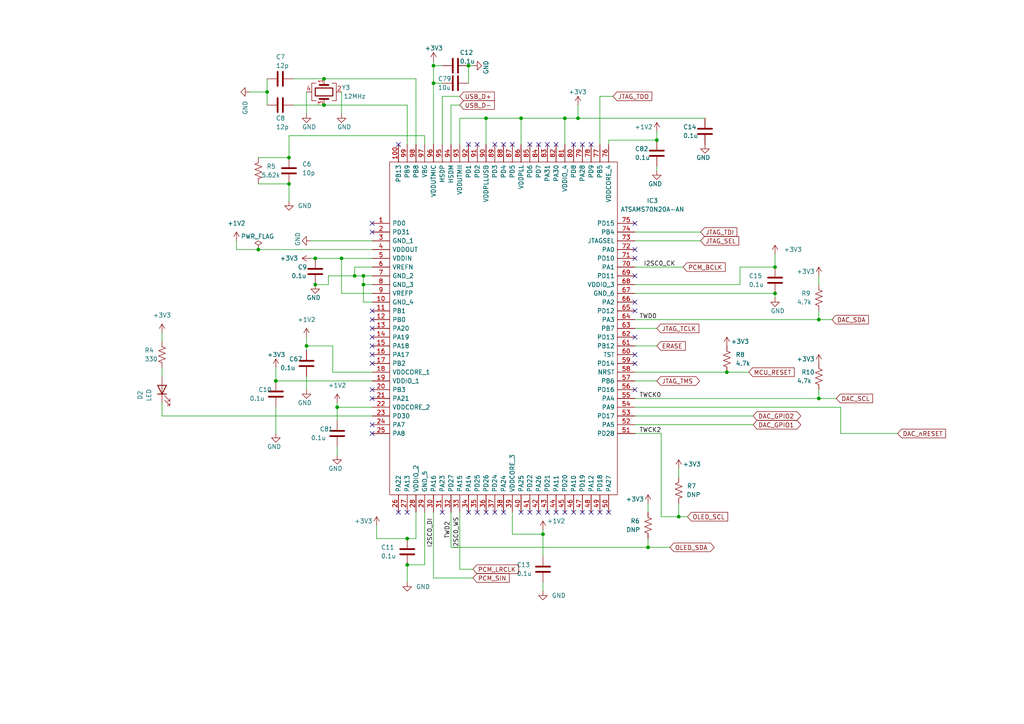
<source format=kicad_sch>
(kicad_sch (version 20211123) (generator eeschema)
  (paper "A4")
  (title_block (title "PIC32 Interface"))
  (lib_symbols
    (symbol "Device:C" (pin_numbers hide) (pin_names (offset 0.254))
      (property "Reference" "C" (at 0.635 2.54 0))
      (property "Value" "C" (at 0.635 -2.54 0))
      (symbol "C_0_1"
        (polyline (pts (xy -2.032 -0.762) (xy 2.032 -0.762)) (stroke (width 0.508)))
        (polyline (pts (xy -2.032 0.762) (xy 2.032 0.762)) (stroke (width 0.508)))
      )
      (symbol "C_1_1"
        (pin passive line (at 0 3.81 270) (length 2.794) (name "~") (number "1"))
        (pin passive line (at 0 -3.81 90) (length 2.794) (name "~") (number "2"))
      )
    )
    (symbol "Device:Crystal_GND24" (pin_names (offset 1.016) hide)
      (property "Reference" "Y" (at 3.175 5.08 0))
      (property "Value" "Crystal_GND24" (at 3.175 3.175 0))
      (symbol "Crystal_GND24_0_1"
        (rectangle (start -1.143 2.54) (end 1.143 -2.54) (stroke (width 0.3048)))
        (polyline (pts (xy -2.54 0) (xy -2.032 0)))
        (polyline (pts (xy -2.032 -1.27) (xy -2.032 1.27)) (stroke (width 0.508)))
        (polyline (pts (xy 0 -3.81) (xy 0 -3.556)))
        (polyline (pts (xy 0 3.556) (xy 0 3.81)))
        (polyline (pts (xy 2.032 -1.27) (xy 2.032 1.27)) (stroke (width 0.508)))
        (polyline (pts (xy 2.032 0) (xy 2.54 0)))
        (polyline (pts (xy -2.54 -2.286) (xy -2.54 -3.556) (xy 2.54 -3.556) (xy 2.54 -2.286)))
        (polyline (pts (xy -2.54 2.286) (xy -2.54 3.556) (xy 2.54 3.556) (xy 2.54 2.286)))
      )
      (symbol "Crystal_GND24_1_1"
        (pin passive line (at -3.81 0 0) (length 1.27) (name "1") (number "1"))
        (pin passive line (at 0 5.08 270) (length 1.27) (name "2") (number "2"))
        (pin passive line (at 3.81 0 180) (length 1.27) (name "3") (number "3"))
        (pin passive line (at 0 -5.08 90) (length 1.27) (name "4") (number "4"))
      )
    )
    (symbol "Device:LED" (pin_numbers hide) (pin_names (offset 1.016) hide)
      (property "Reference" "D" (at 0 2.54 0))
      (property "Value" "LED" (at 0 -2.54 0))
      (symbol "LED_0_1"
        (polyline (pts (xy -1.27 -1.27) (xy -1.27 1.27)) (stroke (width 0.254)))
        (polyline (pts (xy -1.27 0) (xy 1.27 0)))
        (polyline (pts (xy 1.27 -1.27) (xy 1.27 1.27) (xy -1.27 0) (xy 1.27 -1.27)) (stroke (width 0.254)))
        (polyline (pts (xy -3.048 -0.762) (xy -4.572 -2.286) (xy -3.81 -2.286) (xy -4.572 -2.286) (xy -4.572 -1.524)))
        (polyline (pts (xy -1.778 -0.762) (xy -3.302 -2.286) (xy -2.54 -2.286) (xy -3.302 -2.286) (xy -3.302 -1.524)))
      )
      (symbol "LED_1_1"
        (pin passive line (at -3.81 0 0) (length 2.54) (name "K") (number "1"))
        (pin passive line (at 3.81 0 180) (length 2.54) (name "A") (number "2"))
      )
    )
    (symbol "Device:R_US" (pin_numbers hide) (pin_names (offset 0))
      (property "Reference" "R" (at 2.54 0 90))
      (property "Value" "R_US" (at -2.54 0 90))
      (symbol "R_US_0_1"
        (polyline (pts (xy 0 -2.286) (xy 0 -2.54)))
        (polyline (pts (xy 0 2.286) (xy 0 2.54)))
        (polyline (pts (xy 0 -0.762) (xy 1.016 -1.143) (xy 0 -1.524) (xy -1.016 -1.905) (xy 0 -2.286)))
        (polyline (pts (xy 0 0.762) (xy 1.016 0.381) (xy 0 0) (xy -1.016 -0.381) (xy 0 -0.762)))
        (polyline (pts (xy 0 2.286) (xy 1.016 1.905) (xy 0 1.524) (xy -1.016 1.143) (xy 0 0.762)))
      )
      (symbol "R_US_1_1"
        (pin passive line (at 0 3.81 270) (length 1.27) (name "~") (number "1"))
        (pin passive line (at 0 -3.81 90) (length 1.27) (name "~") (number "2"))
      )
    )
    (symbol "SamacSys_Parts:ATSAMS70N20A-AN" (pin_names (offset 0.762))
      (property "Reference" "IC" (at 72.39 22.86 0))
      (property "Value" "ATSAMS70N20A-AN" (at 72.39 20.32 0))
      (symbol "ATSAMS70N20A-AN_0_0"
        (pin passive line (at 0 0 0) (length 5.08) (name "PD0") (number "1"))
        (pin passive line (at 0 -22.86 0) (length 5.08) (name "GND_4") (number "10"))
        (pin passive line (at 7.62 22.86 270) (length 5.08) (name "PB13") (number "100"))
        (pin passive line (at 0 -25.4 0) (length 5.08) (name "PB1") (number "11"))
        (pin passive line (at 0 -27.94 0) (length 5.08) (name "PB0") (number "12"))
        (pin passive line (at 0 -30.48 0) (length 5.08) (name "PA20") (number "13"))
        (pin passive line (at 0 -33.02 0) (length 5.08) (name "PA19") (number "14"))
        (pin passive line (at 0 -35.56 0) (length 5.08) (name "PA18") (number "15"))
        (pin passive line (at 0 -38.1 0) (length 5.08) (name "PA17") (number "16"))
        (pin passive line (at 0 -40.64 0) (length 5.08) (name "PB2") (number "17"))
        (pin passive line (at 0 -43.18 0) (length 5.08) (name "VDDCORE_1") (number "18"))
        (pin passive line (at 0 -45.72 0) (length 5.08) (name "VDDIO_1") (number "19"))
        (pin passive line (at 0 -2.54 0) (length 5.08) (name "PD31") (number "2"))
        (pin passive line (at 0 -48.26 0) (length 5.08) (name "PB3") (number "20"))
        (pin passive line (at 0 -50.8 0) (length 5.08) (name "PA21") (number "21"))
        (pin passive line (at 0 -53.34 0) (length 5.08) (name "VDDCORE_2") (number "22"))
        (pin passive line (at 0 -55.88 0) (length 5.08) (name "PD30") (number "23"))
        (pin passive line (at 0 -58.42 0) (length 5.08) (name "PA7") (number "24"))
        (pin passive line (at 0 -60.96 0) (length 5.08) (name "PA8") (number "25"))
        (pin passive line (at 7.62 -83.82 90) (length 5.08) (name "PA22") (number "26"))
        (pin passive line (at 10.16 -83.82 90) (length 5.08) (name "PA13") (number "27"))
        (pin passive line (at 12.7 -83.82 90) (length 5.08) (name "VDDIO_2") (number "28"))
        (pin passive line (at 15.24 -83.82 90) (length 5.08) (name "GND_5") (number "29"))
        (pin passive line (at 0 -5.08 0) (length 5.08) (name "GND_1") (number "3"))
        (pin passive line (at 17.78 -83.82 90) (length 5.08) (name "PA16") (number "30"))
        (pin passive line (at 20.32 -83.82 90) (length 5.08) (name "PA23") (number "31"))
        (pin passive line (at 22.86 -83.82 90) (length 5.08) (name "PD27") (number "32"))
        (pin passive line (at 25.4 -83.82 90) (length 5.08) (name "PA15") (number "33"))
        (pin passive line (at 27.94 -83.82 90) (length 5.08) (name "PA14") (number "34"))
        (pin passive line (at 30.48 -83.82 90) (length 5.08) (name "PD25") (number "35"))
        (pin passive line (at 33.02 -83.82 90) (length 5.08) (name "PD26") (number "36"))
        (pin passive line (at 35.56 -83.82 90) (length 5.08) (name "PD24") (number "37"))
        (pin passive line (at 38.1 -83.82 90) (length 5.08) (name "PA24") (number "38"))
        (pin passive line (at 40.64 -83.82 90) (length 5.08) (name "VDDCORE_3") (number "39"))
        (pin passive line (at 0 -7.62 0) (length 5.08) (name "VDDOUT") (number "4"))
        (pin passive line (at 43.18 -83.82 90) (length 5.08) (name "PA25") (number "40"))
        (pin passive line (at 45.72 -83.82 90) (length 5.08) (name "PD22") (number "41"))
        (pin passive line (at 48.26 -83.82 90) (length 5.08) (name "PA26") (number "42"))
        (pin passive line (at 50.8 -83.82 90) (length 5.08) (name "PD21") (number "43"))
        (pin passive line (at 53.34 -83.82 90) (length 5.08) (name "PA11") (number "44"))
        (pin passive line (at 55.88 -83.82 90) (length 5.08) (name "PD20") (number "45"))
        (pin passive line (at 58.42 -83.82 90) (length 5.08) (name "PA10") (number "46"))
        (pin passive line (at 60.96 -83.82 90) (length 5.08) (name "PD19") (number "47"))
        (pin passive line (at 63.5 -83.82 90) (length 5.08) (name "PA12") (number "48"))
        (pin passive line (at 66.04 -83.82 90) (length 5.08) (name "PD18") (number "49"))
        (pin passive line (at 0 -10.16 0) (length 5.08) (name "VDDIN") (number "5"))
        (pin passive line (at 68.58 -83.82 90) (length 5.08) (name "PA27") (number "50"))
        (pin passive line (at 76.2 -60.96 180) (length 5.08) (name "PD28") (number "51"))
        (pin passive line (at 76.2 -58.42 180) (length 5.08) (name "PA5") (number "52"))
        (pin passive line (at 76.2 -55.88 180) (length 5.08) (name "PD17") (number "53"))
        (pin passive line (at 76.2 -53.34 180) (length 5.08) (name "PA9") (number "54"))
        (pin passive line (at 76.2 -50.8 180) (length 5.08) (name "PA4") (number "55"))
        (pin passive line (at 76.2 -48.26 180) (length 5.08) (name "PD16") (number "56"))
        (pin passive line (at 76.2 -45.72 180) (length 5.08) (name "PB6") (number "57"))
        (pin passive line (at 76.2 -43.18 180) (length 5.08) (name "NRST") (number "58"))
        (pin passive line (at 76.2 -40.64 180) (length 5.08) (name "PD14") (number "59"))
        (pin passive line (at 0 -12.7 0) (length 5.08) (name "VREFN") (number "6"))
        (pin passive line (at 76.2 -38.1 180) (length 5.08) (name "TST") (number "60"))
        (pin passive line (at 76.2 -35.56 180) (length 5.08) (name "PB12") (number "61"))
        (pin passive line (at 76.2 -33.02 180) (length 5.08) (name "PD13") (number "62"))
        (pin passive line (at 76.2 -30.48 180) (length 5.08) (name "PB7") (number "63"))
        (pin passive line (at 76.2 -27.94 180) (length 5.08) (name "PA3") (number "64"))
        (pin passive line (at 76.2 -25.4 180) (length 5.08) (name "PD12") (number "65"))
        (pin passive line (at 76.2 -22.86 180) (length 5.08) (name "PA2") (number "66"))
        (pin passive line (at 76.2 -20.32 180) (length 5.08) (name "GND_6") (number "67"))
        (pin passive line (at 76.2 -17.78 180) (length 5.08) (name "VDDIO_3") (number "68"))
        (pin passive line (at 76.2 -15.24 180) (length 5.08) (name "PD11") (number "69"))
        (pin passive line (at 0 -15.24 0) (length 5.08) (name "GND_2") (number "7"))
        (pin passive line (at 76.2 -12.7 180) (length 5.08) (name "PA1") (number "70"))
        (pin passive line (at 76.2 -10.16 180) (length 5.08) (name "PD10") (number "71"))
        (pin passive line (at 76.2 -7.62 180) (length 5.08) (name "PA0") (number "72"))
        (pin passive line (at 76.2 -5.08 180) (length 5.08) (name "JTAGSEL") (number "73"))
        (pin passive line (at 76.2 -2.54 180) (length 5.08) (name "PB4") (number "74"))
        (pin passive line (at 76.2 0 180) (length 5.08) (name "PD15") (number "75"))
        (pin passive line (at 68.58 22.86 270) (length 5.08) (name "VDDCORE_4") (number "76"))
        (pin passive line (at 66.04 22.86 270) (length 5.08) (name "PB5") (number "77"))
        (pin passive line (at 63.5 22.86 270) (length 5.08) (name "PD9") (number "78"))
        (pin passive line (at 60.96 22.86 270) (length 5.08) (name "PA28") (number "79"))
        (pin passive line (at 0 -17.78 0) (length 5.08) (name "GND_3") (number "8"))
        (pin passive line (at 58.42 22.86 270) (length 5.08) (name "PD8") (number "80"))
        (pin passive line (at 55.88 22.86 270) (length 5.08) (name "VDDIO_4") (number "81"))
        (pin passive line (at 53.34 22.86 270) (length 5.08) (name "PA30") (number "82"))
        (pin passive line (at 50.8 22.86 270) (length 5.08) (name "PA31") (number "83"))
        (pin passive line (at 48.26 22.86 270) (length 5.08) (name "PD7") (number "84"))
        (pin passive line (at 45.72 22.86 270) (length 5.08) (name "PD6") (number "85"))
        (pin passive line (at 43.18 22.86 270) (length 5.08) (name "VDDPLL") (number "86"))
        (pin passive line (at 40.64 22.86 270) (length 5.08) (name "PD5") (number "87"))
        (pin passive line (at 38.1 22.86 270) (length 5.08) (name "PD4") (number "88"))
        (pin passive line (at 35.56 22.86 270) (length 5.08) (name "PD3") (number "89"))
        (pin passive line (at 0 -20.32 0) (length 5.08) (name "VREFP") (number "9"))
        (pin passive line (at 33.02 22.86 270) (length 5.08) (name "VDDPLLUSB") (number "90"))
        (pin passive line (at 30.48 22.86 270) (length 5.08) (name "PD2") (number "91"))
        (pin passive line (at 27.94 22.86 270) (length 5.08) (name "PD1") (number "92"))
        (pin passive line (at 25.4 22.86 270) (length 5.08) (name "VDDUTMII") (number "93"))
        (pin passive line (at 22.86 22.86 270) (length 5.08) (name "HSDM") (number "94"))
        (pin passive line (at 20.32 22.86 270) (length 5.08) (name "HSDP") (number "95"))
        (pin passive line (at 17.78 22.86 270) (length 5.08) (name "VDDUTMIC") (number "96"))
        (pin passive line (at 15.24 22.86 270) (length 5.08) (name "VBG") (number "97"))
        (pin passive line (at 12.7 22.86 270) (length 5.08) (name "PB8") (number "98"))
        (pin passive line (at 10.16 22.86 270) (length 5.08) (name "PB9") (number "99"))
      )
      (symbol "ATSAMS70N20A-AN_0_1"
        (polyline (pts (xy 5.08 17.78) (xy 71.12 17.78) (xy 71.12 -78.74) (xy 5.08 -78.74) (xy 5.08 17.78)) (stroke (width 0.1524)))
      )
    )
    (symbol "power:+1V2" (power) (pin_names (offset 0))
      (property "Value" "+1V2" (at 0 3.556 0))
      (symbol "+1V2_0_1"
        (polyline (pts (xy -0.762 1.27) (xy 0 2.54)))
        (polyline (pts (xy 0 0) (xy 0 2.54)))
        (polyline (pts (xy 0 2.54) (xy 0.762 1.27)))
      )
      (symbol "+1V2_1_1"
        (pin power_in line (at 0 0 90) (length 0) hide (name "+1V2") (number "1"))
      )
    )
    (symbol "power:+3.3V" (power) (pin_names (offset 0))
      (property "Value" "+3.3V" (at 0 3.556 0))
      (symbol "+3.3V_0_1"
        (polyline (pts (xy -0.762 1.27) (xy 0 2.54)))
        (polyline (pts (xy 0 0) (xy 0 2.54)))
        (polyline (pts (xy 0 2.54) (xy 0.762 1.27)))
      )
      (symbol "+3.3V_1_1"
        (pin power_in line (at 0 0 90) (length 0) hide (name "+3V3") (number "1"))
      )
    )
    (symbol "power:GND" (power) (pin_names (offset 0))
      (property "Value" "GND" (at 0 -3.81 0))
      (symbol "GND_0_1"
        (polyline (pts (xy 0 0) (xy 0 -1.27) (xy 1.27 -1.27) (xy 0 -2.54) (xy -1.27 -1.27) (xy 0 -1.27)))
      )
      (symbol "GND_1_1"
        (pin power_in line (at 0 0 270) (length 0) hide (name "GND") (number "1"))
      )
    )
    (symbol "power:PWR_FLAG" (power) (pin_numbers hide) (pin_names (offset 0) hide)
      (property "Value" "PWR_FLAG" (at 0 3.81 0))
      (symbol "PWR_FLAG_0_0"
        (pin power_out line (at 0 0 90) (length 0) (name "pwr") (number "1"))
      )
      (symbol "PWR_FLAG_0_1"
        (polyline (pts (xy 0 0) (xy 0 1.27) (xy -1.016 1.905) (xy 0 2.54) (xy 1.016 1.905) (xy 0 1.27)))
      )
    )
  )
  (junction (at 102.87 80.01))
  (junction (at 167.64 34.29))
  (junction (at 196.85 149.86))
  (junction (at 93.98 22.86))
  (junction (at 105.41 82.55))
  (junction (at 88.9 100.33))
  (junction (at 118.11 163.83))
  (junction (at 105.41 80.01))
  (junction (at 97.79 118.11))
  (junction (at 224.79 77.47))
  (junction (at 163.83 34.29))
  (junction (at 125.73 19.05))
  (junction (at 125.73 24.13))
  (junction (at 135.89 19.05))
  (junction (at 237.49 115.57))
  (junction (at 187.96 158.75))
  (junction (at 83.82 53.34))
  (junction (at 237.49 92.71))
  (junction (at 83.82 45.72))
  (junction (at 77.47 26.67))
  (junction (at 80.01 110.49))
  (junction (at 157.48 154.94))
  (junction (at 224.79 85.09))
  (junction (at 140.97 34.29))
  (junction (at 74.93 72.39))
  (junction (at 190.5 40.64))
  (junction (at 99.06 74.93))
  (junction (at 91.44 74.93))
  (junction (at 118.11 156.21))
  (junction (at 210.82 107.95))
  (junction (at 93.98 30.48))
  (junction (at 91.44 82.55))
  (junction (at 151.13 34.29))
  (no_connect (at 107.95 125.73))
  (no_connect (at 107.95 123.19))
  (no_connect (at 107.95 100.33))
  (no_connect (at 107.95 92.71))
  (no_connect (at 107.95 115.57))
  (no_connect (at 107.95 105.41))
  (no_connect (at 107.95 102.87))
  (no_connect (at 107.95 95.25))
  (no_connect (at 107.95 97.79))
  (no_connect (at 115.57 41.91))
  (no_connect (at 107.95 64.77))
  (no_connect (at 107.95 67.31))
  (no_connect (at 161.29 41.91))
  (no_connect (at 158.75 41.91))
  (no_connect (at 153.67 41.91))
  (no_connect (at 138.43 41.91))
  (no_connect (at 171.45 41.91))
  (no_connect (at 168.91 41.91))
  (no_connect (at 166.37 41.91))
  (no_connect (at 184.15 64.77))
  (no_connect (at 184.15 90.17))
  (no_connect (at 156.21 41.91))
  (no_connect (at 148.59 41.91))
  (no_connect (at 146.05 41.91))
  (no_connect (at 143.51 41.91))
  (no_connect (at 135.89 41.91))
  (no_connect (at 184.15 80.01))
  (no_connect (at 184.15 87.63))
  (no_connect (at 184.15 72.39))
  (no_connect (at 184.15 74.93))
  (no_connect (at 161.29 148.59))
  (no_connect (at 158.75 148.59))
  (no_connect (at 156.21 148.59))
  (no_connect (at 153.67 148.59))
  (no_connect (at 151.13 148.59))
  (no_connect (at 163.83 148.59))
  (no_connect (at 168.91 148.59))
  (no_connect (at 166.37 148.59))
  (no_connect (at 176.53 148.59))
  (no_connect (at 173.99 148.59))
  (no_connect (at 171.45 148.59))
  (no_connect (at 184.15 102.87))
  (no_connect (at 184.15 97.79))
  (no_connect (at 184.15 105.41))
  (no_connect (at 184.15 113.03))
  (no_connect (at 140.97 148.59))
  (no_connect (at 143.51 148.59))
  (no_connect (at 146.05 148.59))
  (no_connect (at 107.95 90.17))
  (no_connect (at 135.89 148.59))
  (no_connect (at 128.27 148.59))
  (no_connect (at 118.11 148.59))
  (no_connect (at 115.57 148.59))
  (no_connect (at 138.43 148.59))
  (no_connect (at 107.95 113.03))
  (wire (pts (xy 128.27 27.94) (xy 133.35 27.94)))
  (wire (pts (xy 102.87 77.47) (xy 102.87 80.01)))
  (wire (pts (xy 109.22 156.21) (xy 109.22 152.4)))
  (wire (pts (xy 224.79 73.66) (xy 224.79 77.47)))
  (wire (pts (xy 88.9 26.67) (xy 88.9 33.02)))
  (wire (pts (xy 184.15 118.11) (xy 243.84 118.11)))
  (wire (pts (xy 68.58 72.39) (xy 74.93 72.39)))
  (wire (pts (xy 90.17 74.93) (xy 91.44 74.93)))
  (wire (pts (xy 120.65 22.86) (xy 120.65 41.91)))
  (wire (pts (xy 151.13 34.29) (xy 151.13 41.91)))
  (wire (pts (xy 80.01 110.49) (xy 107.95 110.49)))
  (wire (pts (xy 237.49 115.57) (xy 242.57 115.57)))
  (wire (pts (xy 80.01 106.68) (xy 80.01 110.49)))
  (wire (pts (xy 184.15 107.95) (xy 210.82 107.95)))
  (wire (pts (xy 93.98 22.86) (xy 85.09 22.86)))
  (wire (pts (xy 184.15 115.57) (xy 237.49 115.57)))
  (wire (pts (xy 167.64 30.48) (xy 167.64 34.29)))
  (wire (pts (xy 99.06 26.67) (xy 99.06 33.02)))
  (wire (pts (xy 187.96 146.05) (xy 187.96 148.59)))
  (wire (pts (xy 74.93 53.34) (xy 83.82 53.34)))
  (wire (pts (xy 137.16 167.64) (xy 125.73 167.64)))
  (wire (pts (xy 97.79 118.11) (xy 97.79 121.92)))
  (wire (pts (xy 133.35 165.1) (xy 137.16 165.1)))
  (wire (pts (xy 74.93 45.72) (xy 83.82 45.72)))
  (wire (pts (xy 107.95 118.11) (xy 97.79 118.11)))
  (wire (pts (xy 133.35 34.29) (xy 133.35 41.91)))
  (wire (pts (xy 184.15 82.55) (xy 214.63 82.55)))
  (wire (pts (xy 107.95 77.47) (xy 102.87 77.47)))
  (wire (pts (xy 107.95 107.95) (xy 96.52 107.95)))
  (wire (pts (xy 88.9 109.22) (xy 88.9 113.03)))
  (wire (pts (xy 46.99 116.84) (xy 46.99 120.65)))
  (wire (pts (xy 191.77 125.73) (xy 191.77 149.86)))
  (wire (pts (xy 80.01 118.11) (xy 80.01 125.73)))
  (wire (pts (xy 184.15 92.71) (xy 237.49 92.71)))
  (wire (pts (xy 93.98 30.48) (xy 118.11 30.48)))
  (wire (pts (xy 184.15 120.65) (xy 218.44 120.65)))
  (wire (pts (xy 123.19 163.83) (xy 118.11 163.83)))
  (wire (pts (xy 243.84 125.73) (xy 260.35 125.73)))
  (wire (pts (xy 163.83 34.29) (xy 167.64 34.29)))
  (wire (pts (xy 191.77 149.86) (xy 196.85 149.86)))
  (wire (pts (xy 184.15 110.49) (xy 190.5 110.49)))
  (wire (pts (xy 123.19 41.91) (xy 123.19 39.37)))
  (wire (pts (xy 196.85 146.05) (xy 196.85 149.86)))
  (wire (pts (xy 88.9 100.33) (xy 88.9 101.6)))
  (wire (pts (xy 97.79 118.11) (xy 97.79 116.84)))
  (wire (pts (xy 102.87 80.01) (xy 95.25 80.01)))
  (wire (pts (xy 151.13 34.29) (xy 163.83 34.29)))
  (wire (pts (xy 214.63 82.55) (xy 214.63 77.47)))
  (wire (pts (xy 105.41 80.01) (xy 102.87 80.01)))
  (wire (pts (xy 190.5 38.1) (xy 190.5 40.64)))
  (wire (pts (xy 90.17 69.85) (xy 107.95 69.85)))
  (wire (pts (xy 157.48 171.45) (xy 157.48 168.91)))
  (wire (pts (xy 187.96 156.21) (xy 187.96 158.75)))
  (wire (pts (xy 128.27 19.05) (xy 125.73 19.05)))
  (wire (pts (xy 96.52 100.33) (xy 88.9 100.33)))
  (wire (pts (xy 46.99 106.68) (xy 46.99 109.22)))
  (wire (pts (xy 176.53 41.91) (xy 176.53 40.64)))
  (wire (pts (xy 97.79 129.54) (xy 97.79 132.08)))
  (wire (pts (xy 99.06 74.93) (xy 107.95 74.93)))
  (wire (pts (xy 130.81 158.75) (xy 130.81 148.59)))
  (wire (pts (xy 140.97 34.29) (xy 140.97 41.91)))
  (wire (pts (xy 74.93 72.39) (xy 107.95 72.39)))
  (wire (pts (xy 130.81 158.75) (xy 187.96 158.75)))
  (wire (pts (xy 163.83 34.29) (xy 163.83 41.91)))
  (wire (pts (xy 46.99 96.52) (xy 46.99 99.06)))
  (wire (pts (xy 125.73 24.13) (xy 125.73 41.91)))
  (wire (pts (xy 83.82 39.37) (xy 83.82 45.72)))
  (wire (pts (xy 77.47 26.67) (xy 77.47 30.48)))
  (wire (pts (xy 96.52 107.95) (xy 96.52 100.33)))
  (wire (pts (xy 95.25 80.01) (xy 95.25 82.55)))
  (wire (pts (xy 237.49 92.71) (xy 241.3 92.71)))
  (wire (pts (xy 125.73 167.64) (xy 125.73 148.59)))
  (wire (pts (xy 107.95 87.63) (xy 105.41 87.63)))
  (wire (pts (xy 173.99 41.91) (xy 173.99 27.94)))
  (wire (pts (xy 176.53 40.64) (xy 190.5 40.64)))
  (wire (pts (xy 237.49 80.01) (xy 237.49 82.55)))
  (wire (pts (xy 214.63 77.47) (xy 224.79 77.47)))
  (wire (pts (xy 93.98 22.86) (xy 120.65 22.86)))
  (wire (pts (xy 125.73 19.05) (xy 125.73 24.13)))
  (wire (pts (xy 137.16 19.05) (xy 135.89 19.05)))
  (wire (pts (xy 133.35 34.29) (xy 140.97 34.29)))
  (wire (pts (xy 210.82 107.95) (xy 217.17 107.95)))
  (wire (pts (xy 77.47 22.86) (xy 77.47 26.67)))
  (wire (pts (xy 123.19 148.59) (xy 123.19 163.83)))
  (wire (pts (xy 184.15 85.09) (xy 224.79 85.09)))
  (wire (pts (xy 184.15 95.25) (xy 190.5 95.25)))
  (wire (pts (xy 107.95 82.55) (xy 105.41 82.55)))
  (wire (pts (xy 77.47 26.67) (xy 72.39 26.67)))
  (wire (pts (xy 237.49 90.17) (xy 237.49 92.71)))
  (wire (pts (xy 105.41 87.63) (xy 105.41 82.55)))
  (wire (pts (xy 95.25 82.55) (xy 91.44 82.55)))
  (wire (pts (xy 120.65 156.21) (xy 118.11 156.21)))
  (wire (pts (xy 107.95 85.09) (xy 99.06 85.09)))
  (wire (pts (xy 118.11 163.83) (xy 118.11 168.91)))
  (wire (pts (xy 107.95 80.01) (xy 105.41 80.01)))
  (wire (pts (xy 105.41 82.55) (xy 105.41 80.01)))
  (wire (pts (xy 184.15 123.19) (xy 218.44 123.19)))
  (wire (pts (xy 130.81 30.48) (xy 130.81 41.91)))
  (wire (pts (xy 88.9 97.79) (xy 88.9 100.33)))
  (wire (pts (xy 83.82 53.34) (xy 83.82 58.42)))
  (wire (pts (xy 125.73 17.78) (xy 125.73 19.05)))
  (wire (pts (xy 128.27 41.91) (xy 128.27 27.94)))
  (wire (pts (xy 194.31 158.75) (xy 187.96 158.75)))
  (wire (pts (xy 167.64 34.29) (xy 204.47 34.29)))
  (wire (pts (xy 125.73 24.13) (xy 128.27 24.13)))
  (wire (pts (xy 184.15 125.73) (xy 191.77 125.73)))
  (wire (pts (xy 196.85 149.86) (xy 199.39 149.86)))
  (wire (pts (xy 107.95 120.65) (xy 46.99 120.65)))
  (wire (pts (xy 184.15 69.85) (xy 203.2 69.85)))
  (wire (pts (xy 133.35 148.59) (xy 133.35 165.1)))
  (wire (pts (xy 93.98 30.48) (xy 85.09 30.48)))
  (wire (pts (xy 184.15 100.33) (xy 190.5 100.33)))
  (wire (pts (xy 91.44 74.93) (xy 99.06 74.93)))
  (wire (pts (xy 237.49 113.03) (xy 237.49 115.57)))
  (wire (pts (xy 118.11 156.21) (xy 109.22 156.21)))
  (wire (pts (xy 120.65 148.59) (xy 120.65 156.21)))
  (wire (pts (xy 190.5 48.26) (xy 190.5 49.53)))
  (wire (pts (xy 123.19 39.37) (xy 83.82 39.37)))
  (wire (pts (xy 157.48 154.94) (xy 157.48 161.29)))
  (wire (pts (xy 196.85 135.89) (xy 196.85 138.43)))
  (wire (pts (xy 135.89 19.05) (xy 135.89 24.13)))
  (wire (pts (xy 148.59 154.94) (xy 157.48 154.94)))
  (wire (pts (xy 99.06 85.09) (xy 99.06 74.93)))
  (wire (pts (xy 68.58 69.85) (xy 68.58 72.39)))
  (wire (pts (xy 140.97 34.29) (xy 151.13 34.29)))
  (wire (pts (xy 173.99 27.94) (xy 177.8 27.94)))
  (wire (pts (xy 148.59 148.59) (xy 148.59 154.94)))
  (wire (pts (xy 133.35 30.48) (xy 130.81 30.48)))
  (wire (pts (xy 157.48 153.67) (xy 157.48 154.94)))
  (wire (pts (xy 243.84 118.11) (xy 243.84 125.73)))
  (wire (pts (xy 224.79 85.09) (xy 224.79 86.36)))
  (wire (pts (xy 118.11 30.48) (xy 118.11 41.91)))
  (wire (pts (xy 184.15 67.31) (xy 203.2 67.31)))
  (wire (pts (xy 184.15 77.47) (xy 198.12 77.47)))
  (label "I2SC0_CK" (at 186.69 77.47 0))
  (label "TWCK2" (at 185.42 125.73 0))
  (label "TWD2" (at 130.81 156.21 90))
  (label "TWCK0" (at 185.42 115.57 0))
  (label "TWD0" (at 185.42 92.71 0))
  (label "I2SC0_WS" (at 133.35 149.86 270))
  (label "I2SC0_DI" (at 125.73 158.75 90))
  (global_label "DAC_nRESET" (shape input) (at 260.35 125.73 0) (property "Intersheet References" "${INTERSHEET_REFS}" (effects hide)))
  (global_label "JTAG_SEL" (shape input) (at 203.2 69.85 0) (property "Intersheet References" "${INTERSHEET_REFS}" (effects hide)))
  (global_label "USB_D-" (shape input) (at 133.35 30.48 0) (property "Intersheet References" "${INTERSHEET_REFS}" (effects hide)))
  (global_label "JTAG_TCLK" (shape input) (at 190.5 95.25 0) (property "Intersheet References" "${INTERSHEET_REFS}" (effects hide)))
  (global_label "DAC_SDA" (shape input) (at 241.3 92.71 0) (property "Intersheet References" "${INTERSHEET_REFS}" (effects hide)))
  (global_label "PCM_BCLK" (shape input) (at 198.12 77.47 0) (property "Intersheet References" "${INTERSHEET_REFS}" (effects hide)))
  (global_label "JTAG_TDO" (shape input) (at 177.8 27.94 0) (property "Intersheet References" "${INTERSHEET_REFS}" (effects hide)))
  (global_label "MCU_RESET" (shape input) (at 217.17 107.95 0) (property "Intersheet References" "${INTERSHEET_REFS}" (effects hide)))
  (global_label "ERASE" (shape input) (at 190.5 100.33 0) (property "Intersheet References" "${INTERSHEET_REFS}" (effects hide)))
  (global_label "DAC_GPIO2" (shape bidirectional) (at 218.44 120.65 0) (property "Intersheet References" "${INTERSHEET_REFS}" (effects hide)))
  (global_label "OLED_SCL" (shape input) (at 199.39 149.86 0) (property "Intersheet References" "${INTERSHEET_REFS}" (effects hide)))
  (global_label "JTAG_TDI" (shape input) (at 203.2 67.31 0) (property "Intersheet References" "${INTERSHEET_REFS}" (effects hide)))
  (global_label "PCM_LRCLK" (shape input) (at 137.16 165.1 0) (property "Intersheet References" "${INTERSHEET_REFS}" (effects hide)))
  (global_label "OLED_SDA" (shape bidirectional) (at 194.31 158.75 0) (property "Intersheet References" "${INTERSHEET_REFS}" (effects hide)))
  (global_label "JTAG_TMS" (shape bidirectional) (at 190.5 110.49 0) (property "Intersheet References" "${INTERSHEET_REFS}" (effects hide)))
  (global_label "DAC_SCL" (shape input) (at 242.57 115.57 0) (property "Intersheet References" "${INTERSHEET_REFS}" (effects hide)))
  (global_label "PCM_SIN" (shape input) (at 137.16 167.64 0) (property "Intersheet References" "${INTERSHEET_REFS}" (effects hide)))
  (global_label "USB_D+" (shape input) (at 133.35 27.94 0) (property "Intersheet References" "${INTERSHEET_REFS}" (effects hide)))
  (global_label "DAC_GPIO1" (shape bidirectional) (at 218.44 123.19 0) (property "Intersheet References" "${INTERSHEET_REFS}" (effects hide)))
  (symbol (lib_id "power:+3.3V") (at 80.01 106.68 0) (unit 1)
    (property "Reference" "#PWR0139" (effects hide))
    (property "Value" "+3.3V" (at 77.47 102.87 0) (effects (justify left)))
  )
  (symbol (lib_id "Device:C") (at 80.01 114.3 0) (unit 1)
    (property "Reference" "C10" (at 74.93 113.03 0) (effects (justify left)))
    (property "Value" "0.1u" (at 72.39 115.57 0) (effects (justify left)))
    (property "Footprint" "Capacitor_SMD:C_0805_2012Metric_Pad1.18x1.45mm_HandSolder" (effects hide))
    (property "Part Number" "CL21B104KBCNFNC" (effects hide))
    (property "Mouser Part Number" "187-CL21B104KBCNFNC" (effects hide))
  )
  (symbol (lib_id "Device:R_US") (at 210.82 104.14 0) (unit 1)
    (property "Reference" "R8" (at 213.36 102.8699 0) (effects (justify left)))
    (property "Value" "4.7k" (at 213.36 105.4099 0) (effects (justify left)))
    (property "Footprint" "Resistor_SMD:R_0805_2012Metric_Pad1.20x1.40mm_HandSolder" (effects hide))
    (property "Part Number" "ERJ-P06J472V" (effects hide))
    (property "Mouser Part Number" "667-ERJ-P06J472V" (effects hide))
  )
  (symbol (lib_id "power:GND") (at 204.47 41.91 0) (unit 1)
    (property "Reference" "#PWR0116" (effects hide))
    (property "Value" "GND" (at 201.93 45.72 0) (effects (justify left)))
  )
  (symbol (lib_id "power:+1V2") (at 88.9 97.79 0) (unit 1)
    (property "Reference" "#PWR011" (effects hide))
    (property "Value" "+1V2" (at 88.9 92.71 0))
  )
  (symbol (lib_id "power:GND") (at 190.5 49.53 0) (unit 1)
    (property "Reference" "#PWR017" (effects hide))
    (property "Value" "GND" (at 187.96 53.34 0) (effects (justify left)))
  )
  (symbol (lib_id "Device:C") (at 132.08 19.05 270) (unit 1)
    (property "Reference" "C12" (at 133.35 15.24 90) (effects (justify left)))
    (property "Value" "0.1u" (at 133.35 17.78 90) (effects (justify left)))
    (property "Footprint" "Capacitor_SMD:C_0805_2012Metric_Pad1.18x1.45mm_HandSolder" (effects hide))
    (property "Part Number" "CL21B104KBCNFNC" (effects hide))
    (property "Mouser Part Number" "187-CL21B104KBCNFNC" (effects hide))
  )
  (symbol (lib_id "power:+1V2") (at 97.79 116.84 0) (unit 1)
    (property "Reference" "#PWR013" (effects hide))
    (property "Value" "+1V2" (at 97.79 111.76 0))
  )
  (symbol (lib_id "Device:C") (at 224.79 81.28 0) (unit 1)
    (property "Reference" "C15" (at 217.17 80.01 0) (effects (justify left)))
    (property "Value" "0.1u" (at 217.17 82.55 0) (effects (justify left)))
    (property "Footprint" "Capacitor_SMD:C_0805_2012Metric_Pad1.18x1.45mm_HandSolder" (effects hide))
    (property "Part Number" "CL21B104KBCNFNC" (effects hide))
    (property "Mouser Part Number" "187-CL21B104KBCNFNC" (effects hide))
  )
  (symbol (lib_id "Device:R_US") (at 187.96 152.4 0) (unit 1)
    (property "Reference" "R6" (at 182.88 151.13 0) (effects (justify left)))
    (property "Value" "DNP" (at 181.61 153.67 0) (effects (justify left)))
    (property "Footprint" "Resistor_SMD:R_0805_2012Metric_Pad1.20x1.40mm_HandSolder" (effects hide))
  )
  (symbol (lib_id "power:+3.3V") (at 210.82 100.33 0) (unit 1)
    (property "Reference" "#PWR0129" (effects hide))
    (property "Value" "+3.3V" (at 214.63 99.06 0))
  )
  (symbol (lib_id "power:+3.3V") (at 237.49 80.01 0) (unit 1)
    (property "Reference" "#PWR0127" (effects hide))
    (property "Value" "+3.3V" (at 233.68 78.74 0))
  )
  (symbol (lib_id "power:+3.3V") (at 224.79 73.66 0) (unit 1)
    (property "Reference" "#PWR0130" (effects hide))
    (property "Value" "+3.3V" (at 227.33 72.3899 0) (effects (justify left)))
  )
  (symbol (lib_id "power:GND") (at 137.16 19.05 90) (unit 1)
    (property "Reference" "#PWR0136" (effects hide))
    (property "Value" "GND" (at 140.97 21.59 0) (effects (justify left)))
  )
  (symbol (lib_id "power:GND") (at 83.82 58.42 0) (unit 1)
    (property "Reference" "#PWR0123" (effects hide))
    (property "Value" "GND" (at 86.36 59.6899 0) (effects (justify left)))
  )
  (symbol (lib_id "Device:C") (at 81.28 30.48 270) (unit 1)
    (property "Reference" "C8" (at 80.01 34.29 90) (effects (justify left)))
    (property "Value" "12p" (at 80.01 36.83 90) (effects (justify left)))
    (property "Footprint" "Capacitor_SMD:C_0805_2012Metric_Pad1.18x1.45mm_HandSolder" (effects hide))
    (property "Part Number" "C0805C120J8GACTU" (effects hide))
    (property "Mouser Part Number" "80-C0805C120J8G" (effects hide))
  )
  (symbol (lib_id "Device:C") (at 118.11 160.02 0) (unit 1)
    (property "Reference" "C11" (at 110.49 158.75 0) (effects (justify left)))
    (property "Value" "0.1u" (at 110.49 161.29 0) (effects (justify left)))
    (property "Footprint" "Capacitor_SMD:C_0805_2012Metric_Pad1.18x1.45mm_HandSolder" (effects hide))
    (property "Part Number" "CL21B104KBCNFNC" (effects hide))
    (property "Mouser Part Number" "187-CL21B104KBCNFNC" (effects hide))
  )
  (symbol (lib_id "power:GND") (at 88.9 113.03 0) (unit 1)
    (property "Reference" "#PWR012" (effects hide))
    (property "Value" "GND" (at 86.36 116.84 0) (effects (justify left)))
  )
  (symbol (lib_id "power:GND") (at 80.01 125.73 0) (unit 1)
    (property "Reference" "#PWR0137" (effects hide))
    (property "Value" "GND" (at 77.47 129.54 0) (effects (justify left)))
  )
  (symbol (lib_id "Device:C") (at 83.82 49.53 0) (unit 1)
    (property "Reference" "C6" (at 87.63 47.6249 0) (effects (justify left)))
    (property "Value" "10p" (at 87.63 50.1649 0) (effects (justify left)))
    (property "Footprint" "Capacitor_SMD:C_0805_2012Metric_Pad1.18x1.45mm_HandSolder" (effects hide))
    (property "Part Number" "VJ0805A100GXJCW1BC" (effects hide))
    (property "Mouser Part Number" "77-VJ0805A100GXJCBC" (effects hide))
  )
  (symbol (lib_id "Device:C") (at 88.9 105.41 0) (unit 1)
    (property "Reference" "C67" (at 83.82 104.14 0) (effects (justify left)))
    (property "Value" "0.1u" (at 81.28 106.68 0) (effects (justify left)))
    (property "Footprint" "Capacitor_SMD:C_0805_2012Metric_Pad1.18x1.45mm_HandSolder" (effects hide))
    (property "Part Number" "CL21B104KBCNFNC" (effects hide))
    (property "Mouser Part Number" "187-CL21B104KBCNFNC" (effects hide))
  )
  (symbol (lib_id "power:GND") (at 90.17 69.85 270) (unit 1)
    (property "Reference" "#PWR0126" (effects hide))
    (property "Value" "GND" (at 86.36 67.31 0) (effects (justify left)))
  )
  (symbol (lib_id "Device:C") (at 81.28 22.86 270) (unit 1)
    (property "Reference" "C7" (at 80.01 16.51 90) (effects (justify left)))
    (property "Value" "12p" (at 80.01 19.05 90) (effects (justify left)))
    (property "Footprint" "Capacitor_SMD:C_0805_2012Metric_Pad1.18x1.45mm_HandSolder" (effects hide))
    (property "Part Number" "C0805C120J8GACTU" (effects hide))
    (property "Mouser Part Number" "80-C0805C120J8G" (effects hide))
  )
  (symbol (lib_id "power:+3.3V") (at 125.73 17.78 0) (unit 1)
    (property "Reference" "#PWR0135" (effects hide))
    (property "Value" "+3.3V" (at 123.19 13.97 0) (effects (justify left)))
  )
  (symbol (lib_id "Device:C") (at 97.79 125.73 0) (unit 1)
    (property "Reference" "C81" (at 92.71 124.46 0) (effects (justify left)))
    (property "Value" "0.1u" (at 90.17 127 0) (effects (justify left)))
    (property "Footprint" "Capacitor_SMD:C_0805_2012Metric_Pad1.18x1.45mm_HandSolder" (effects hide))
    (property "Part Number" "CL21B104KBCNFNC" (effects hide))
    (property "Mouser Part Number" "187-CL21B104KBCNFNC" (effects hide))
  )
  (symbol (lib_id "power:+3.3V") (at 187.96 146.05 0) (unit 1)
    (property "Reference" "#PWR0117" (effects hide))
    (property "Value" "+3.3V" (at 184.15 144.78 0))
  )
  (symbol (lib_id "Device:R_US") (at 196.85 142.24 0) (mirror y) (unit 1)
    (property "Reference" "R7" (at 201.93 140.97 0) (effects (justify left)))
    (property "Value" "DNP" (at 203.2 143.51 0) (effects (justify left)))
    (property "Footprint" "Resistor_SMD:R_0805_2012Metric_Pad1.20x1.40mm_HandSolder" (effects hide))
  )
  (symbol (lib_id "Device:C") (at 132.08 24.13 270) (unit 1)
    (property "Reference" "C79" (at 127 22.86 90) (effects (justify left)))
    (property "Value" "10u" (at 127 25.4 90) (effects (justify left)))
    (property "Footprint" "Capacitor_SMD:C_0805_2012Metric_Pad1.18x1.45mm_HandSolder" (effects hide))
    (property "Part Number" "LMK212ABJ106KG8T" (effects hide))
    (property "Mouser Part Number" "963-LMK212ABJ106KG8T" (effects hide))
  )
  (symbol (lib_id "power:GND") (at 99.06 33.02 0) (unit 1)
    (property "Reference" "#PWR03" (effects hide))
    (property "Value" "GND" (at 97.79 36.83 0) (effects (justify left)))
  )
  (symbol (lib_id "Device:C") (at 190.5 44.45 0) (unit 1)
    (property "Reference" "C82" (at 184.15 43.18 0) (effects (justify left)))
    (property "Value" "0.1u" (at 184.15 45.72 0) (effects (justify left)))
    (property "Footprint" "Capacitor_SMD:C_0805_2012Metric_Pad1.18x1.45mm_HandSolder" (effects hide))
    (property "Part Number" "CL21B104KBCNFNC" (effects hide))
    (property "Mouser Part Number" "187-CL21B104KBCNFNC" (effects hide))
  )
  (symbol (lib_id "Device:LED") (at 46.99 113.03 90) (unit 1)
    (property "Reference" "D2" (at 40.64 114.6175 0))
    (property "Value" "LED" (at 43.18 114.6175 0))
    (property "Footprint" "LED_SMD:LED_0805_2012Metric_Pad1.15x1.40mm_HandSolder" (effects hide))
    (property "Part Number" "SM0805PGC" (effects hide))
    (property "Mouser Part Number" "749-SM0805PGC" (effects hide))
  )
  (symbol (lib_id "Device:C") (at 157.48 165.1 0) (unit 1)
    (property "Reference" "C13" (at 149.86 163.83 0) (effects (justify left)))
    (property "Value" "0.1u" (at 149.86 166.37 0) (effects (justify left)))
    (property "Footprint" "Capacitor_SMD:C_0805_2012Metric_Pad1.18x1.45mm_HandSolder" (effects hide))
    (property "Part Number" "CL21B104KBCNFNC" (effects hide))
    (property "Mouser Part Number" "187-CL21B104KBCNFNC" (effects hide))
  )
  (symbol (lib_id "power:GND") (at 118.11 168.91 0) (unit 1)
    (property "Reference" "#PWR0120" (effects hide))
    (property "Value" "GND" (at 120.65 170.1799 0) (effects (justify left)))
  )
  (symbol (lib_id "Device:C") (at 204.47 38.1 0) (unit 1)
    (property "Reference" "C14" (at 198.12 36.83 0) (effects (justify left)))
    (property "Value" "0.1u" (at 198.12 39.37 0) (effects (justify left)))
    (property "Footprint" "Capacitor_SMD:C_0805_2012Metric_Pad1.18x1.45mm_HandSolder" (effects hide))
    (property "Part Number" "CL21B104KBCNFNC" (effects hide))
    (property "Mouser Part Number" "187-CL21B104KBCNFNC" (effects hide))
  )
  (symbol (lib_id "power:GND") (at 224.79 86.36 0) (unit 1)
    (property "Reference" "#PWR0131" (effects hide))
    (property "Value" "GND" (at 223.52 90.17 0) (effects (justify left)))
  )
  (symbol (lib_id "SamacSys_Parts:ATSAMS70N20A-AN") (at 107.95 64.77 0) (unit 1)
    (property "Reference" "IC3" (at 189.23 58.1912 0))
    (property "Value" "ATSAMS70N20A-AN" (at 189.23 60.7312 0))
    (property "Footprint" "SamacSys_Parts:QFP50P1600X1600X160-100N" (effects hide))
    (property "Datasheet" "https://ww1.microchip.com/downloads/en/DeviceDoc/SAM-E70-S70-V70-V71-Family-Data-Sheet-DS60001527E.pdf" (effects hide))
    (property "Description" "ARM Microcontrollers - MCU CM7,1024kB Flash,384kB SRAM,LQFP100" (effects hide))
    (property "Height" "1.6" (effects hide))
    (property "Manufacturer_Name" "Microchip" (effects hide))
    (property "Manufacturer_Part_Number" "ATSAMS70N20A-AN" (effects hide))
    (property "Mouser Part Number" "556-ATSAMS70N20A-AN" (effects hide))
    (property "Mouser Price/Stock" "https://www.mouser.co.uk/ProductDetail/Microchip-Technology-Atmel/ATSAMS70N20A-AN?qs=nZCw0MZkbzalxY6TU14HGg%3D%3D" (effects hide))
    (property "Arrow Part Number" "ATSAMS70N20A-AN" (effects hide))
    (property "Arrow Price/Stock" "https://www.arrow.com/en/products/atsams70n20a-an/microchip-technology" (effects hide))
  )
  (symbol (lib_id "power:+3.3V") (at 167.64 30.48 0) (mirror y) (unit 1)
    (property "Reference" "#PWR0134" (effects hide))
    (property "Value" "+3.3V" (at 170.18 26.67 0) (effects (justify left)))
  )
  (symbol (lib_id "power:+3.3V") (at 90.17 74.93 90) (mirror x) (unit 1)
    (property "Reference" "#PWR0125" (effects hide))
    (property "Value" "+3.3V" (at 83.82 74.93 90))
  )
  (symbol (lib_id "Device:R_US") (at 237.49 109.22 0) (unit 1)
    (property "Reference" "R10" (at 232.41 107.95 0) (effects (justify left)))
    (property "Value" "4.7k" (at 231.14 110.49 0) (effects (justify left)))
    (property "Footprint" "Resistor_SMD:R_0805_2012Metric_Pad1.20x1.40mm_HandSolder" (effects hide))
    (property "Part Number" "ERJ-P06J472V" (effects hide))
    (property "Mouser Part Number" "667-ERJ-P06J472V" (effects hide))
  )
  (symbol (lib_id "power:GND") (at 91.44 82.55 0) (unit 1)
    (property "Reference" "#PWR0124" (effects hide))
    (property "Value" "GND" (at 88.9 86.36 0) (effects (justify left)))
  )
  (symbol (lib_id "power:+3.3V") (at 109.22 152.4 0) (mirror y) (unit 1)
    (property "Reference" "#PWR0121" (effects hide))
    (property "Value" "+3.3V" (at 105.41 151.13 0))
  )
  (symbol (lib_id "Device:R_US") (at 74.93 49.53 0) (mirror y) (unit 1)
    (property "Reference" "R5" (at 80.01 48.26 0) (effects (justify left)))
    (property "Value" "5.62k" (at 81.28 50.8 0) (effects (justify left)))
    (property "Footprint" "Resistor_SMD:R_0805_2012Metric_Pad1.20x1.40mm_HandSolder" (effects hide))
    (property "Part Number" "CRCW08055K62FKEAC" (effects hide))
    (property "Mouser Part Number" "71-CRCW08055K62FKEAC" (effects hide))
  )
  (symbol (lib_id "power:+1V2") (at 190.5 38.1 0) (unit 1)
    (property "Reference" "#PWR016" (effects hide))
    (property "Value" "+1V2" (at 186.69 36.83 0))
  )
  (symbol (lib_id "power:+1V2") (at 68.58 69.85 0) (unit 1)
    (property "Reference" "#PWR010" (effects hide))
    (property "Value" "+1V2" (at 68.58 64.77 0))
  )
  (symbol (lib_id "power:GND") (at 88.9 33.02 0) (unit 1)
    (property "Reference" "#PWR02" (effects hide))
    (property "Value" "GND" (at 87.63 36.83 0) (effects (justify left)))
  )
  (symbol (lib_id "Device:C") (at 91.44 78.74 0) (unit 1)
    (property "Reference" "C9" (at 86.36 77.47 0) (effects (justify left)))
    (property "Value" "0.1u" (at 88.9 80.01 0) (effects (justify right)))
    (property "Footprint" "Capacitor_SMD:C_0805_2012Metric_Pad1.18x1.45mm_HandSolder" (effects hide))
    (property "Part Number" "CL21B104KBCNFNC" (effects hide))
    (property "Mouser Part Number" "187-CL21B104KBCNFNC" (effects hide))
  )
  (symbol (lib_id "power:GND") (at 157.48 171.45 0) (unit 1)
    (property "Reference" "#PWR0118" (effects hide))
    (property "Value" "GND" (at 160.02 172.7199 0) (effects (justify left)))
  )
  (symbol (lib_id "power:GND") (at 97.79 132.08 0) (unit 1)
    (property "Reference" "#PWR014" (effects hide))
    (property "Value" "GND" (at 95.25 135.89 0) (effects (justify left)))
  )
  (symbol (lib_id "power:+3.3V") (at 46.99 96.52 0) (unit 1)
    (property "Reference" "#PWR0138" (effects hide))
    (property "Value" "+3.3V" (at 46.99 91.44 0))
  )
  (symbol (lib_id "power:PWR_FLAG") (at 74.93 72.39 0) (unit 1)
    (property "Reference" "#FLG03" (effects hide))
    (property "Value" "PWR_FLAG" (at 69.85 68.58 0) (effects (justify left)))
  )
  (symbol (lib_id "power:+3.3V") (at 237.49 105.41 0) (unit 1)
    (property "Reference" "#PWR0128" (effects hide))
    (property "Value" "+3.3V" (at 233.68 104.14 0))
  )
  (symbol (lib_id "Device:Crystal_GND24") (at 93.98 26.67 270) (unit 1)
    (property "Reference" "Y3" (at 100.33 25.4 90))
    (property "Value" "12MHz" (at 102.87 27.94 90))
    (property "Footprint" "SamacSys_Parts:ABM3B" (effects hide))
    (property "Datasheet" "https://www.mouser.com/datasheet/2/3/abm3b-1774998.pdf" (effects hide))
    (property "Part Number" "ABM3B-12.000MHZ-12-N2Y-T" (effects hide))
    (property "Mouser Part Number" "815-ABM3B12MHZ12N2YT" (effects hide))
  )
  (symbol (lib_id "Device:R_US") (at 46.99 102.87 0) (unit 1)
    (property "Reference" "R4" (at 41.91 101.6 0) (effects (justify left)))
    (property "Value" "330" (at 41.91 104.14 0) (effects (justify left)))
    (property "Footprint" "Resistor_SMD:R_0805_2012Metric_Pad1.20x1.40mm_HandSolder" (effects hide))
    (property "Part Number" "CMP0805-FX-3300ELF" (effects hide))
    (property "Mouser Part Number" "652-CMP0805-FX-3300L" (effects hide))
  )
  (symbol (lib_id "Device:R_US") (at 237.49 86.36 0) (unit 1)
    (property "Reference" "R9" (at 232.41 85.09 0) (effects (justify left)))
    (property "Value" "4.7k" (at 231.14 87.63 0) (effects (justify left)))
    (property "Footprint" "Resistor_SMD:R_0805_2012Metric_Pad1.20x1.40mm_HandSolder" (effects hide))
    (property "Part Number" "ERJ-P06J472V" (effects hide))
    (property "Mouser Part Number" "667-ERJ-P06J472V" (effects hide))
  )
  (symbol (lib_id "power:+1V2") (at 157.48 153.67 0) (unit 1)
    (property "Reference" "#PWR015" (effects hide))
    (property "Value" "+1V2" (at 161.29 151.13 0))
  )
  (symbol (lib_id "power:GND") (at 72.39 26.67 270) (unit 1)
    (property "Reference" "#PWR0122" (effects hide))
    (property "Value" "GND" (at 71.1201 29.21 0) (effects (justify left)))
  )
  (symbol (lib_id "power:+3.3V") (at 196.85 135.89 0) (mirror y) (unit 1)
    (property "Reference" "#PWR0133" (effects hide))
    (property "Value" "+3.3V" (at 200.66 134.62 0))
  )
)
</source>
